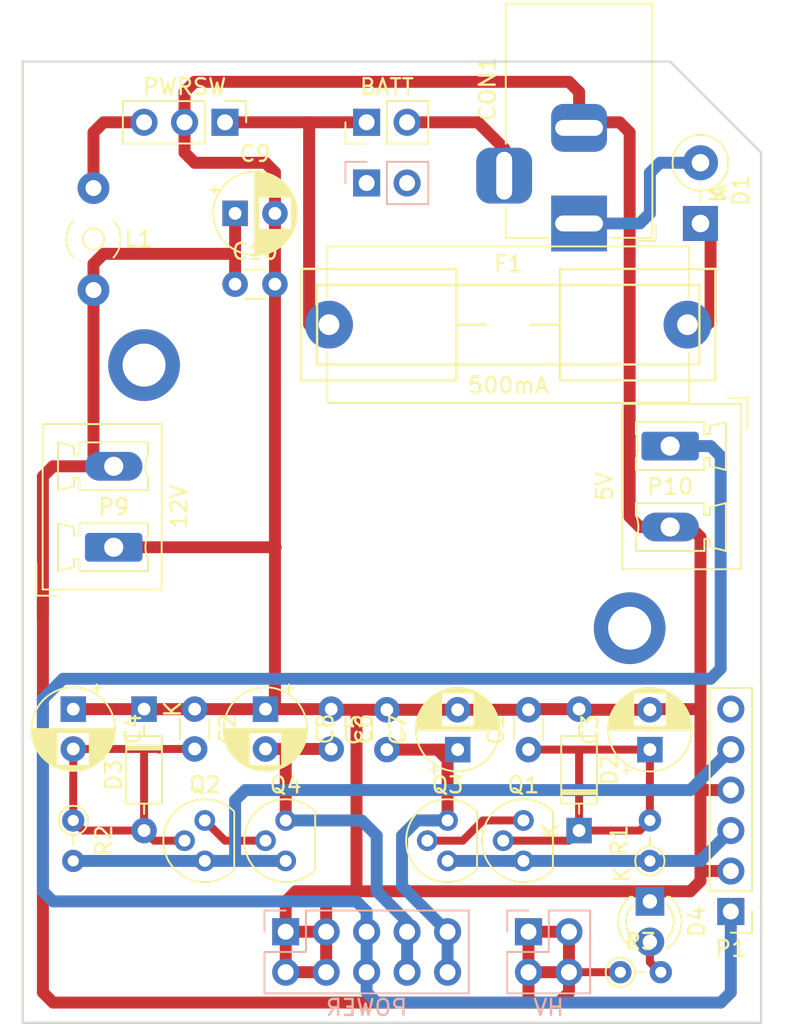
<source format=kicad_pcb>
(kicad_pcb (version 20211014) (generator pcbnew)
  (layers (0 "F.Cu" signal) (31 "B.Cu" signal) (34 "B.Paste" user) (35 "F.Paste" user) (36 "B.SilkS" user "B.Silkscreen") (37 "F.SilkS" user "F.Silkscreen") (38 "B.Mask" user) (39 "F.Mask" user) (44 "Edge.Cuts" user))
  (net 0 "")
  (net 1 "GND")
  (net 2 "+9VA")
  (net 3 "-9VA")
  (net 4 "+12V")
  (net 5 "Net-(CON1-Pad1)")
  (net 6 "Net-(CON1-Pad3)")
  (net 7 "Net-(D1-Pad1)")
  (net 8 "Net-(C3-Pad1)")
  (net 9 "Net-(C4-Pad2)")
  (net 10 "+5V")
  (net 11 "Net-(R3-Pad2)")
  (net 12 "Net-(P3-Pad1)")
  (net 13 "Net-(P3-Pad3)")
  (net 15 "Net-(Q2-Pad3)")
  (net 16 "Net-(P1-Pad3)")
  (net 17 "Net-(P1-Pad5)")
  (net 22 "Net-(Q3-Pad2)")
  (footprint "Capacitor_THT:C_Disc_D3.0mm_W1.6mm_P2.50mm" (layer "F.Cu") (at 46.355 55.245 90)
    (fp_text reference "C1" (at 1.25 -2.05 90) (layer "F.SilkS"))
    (fp_text value "100n")
    (pad "1" thru_hole circle (at 0 0 90) (size 1.6 1.6) (drill 0.8) (layers *.Cu *.Mask) (net 8 "Net-(C3-Pad1)"))
    (pad "2" thru_hole circle (at 2.5 0 90) (size 1.6 1.6) (drill 0.8) (layers *.Cu *.Mask) (net 1 "GND"))
  )
  (footprint "Capacitor_THT:C_Disc_D3.0mm_W1.6mm_P2.50mm" (layer "F.Cu") (at 25.4 52.705 -90)
    (fp_text reference "C2" (at 1.25 -2.05 -90) (layer "F.SilkS"))
    (fp_text value "100n")
    (pad "1" thru_hole circle (at 0 0 270) (size 1.6 1.6) (drill 0.8) (layers *.Cu *.Mask) (net 1 "GND"))
    (pad "2" thru_hole circle (at 2.5 0 270) (size 1.6 1.6) (drill 0.8) (layers *.Cu *.Mask) (net 9 "Net-(C4-Pad2)"))
  )
  (footprint "Capacitor_THT:CP_Radial_D5.0mm_P2.50mm" (layer "F.Cu") (at 53.975 55.245 90)
    (fp_text reference "C3" (at 1.25 -3.75 90) (layer "F.SilkS"))
    (fp_text value "100u")
    (pad "1" thru_hole rect (at 0 0 90) (size 1.6 1.6) (drill 0.8) (layers *.Cu *.Mask) (net 8 "Net-(C3-Pad1)"))
    (pad "2" thru_hole circle (at 2.5 0 90) (size 1.6 1.6) (drill 0.8) (layers *.Cu *.Mask) (net 1 "GND"))
  )
  (footprint "Capacitor_THT:CP_Radial_D5.0mm_P2.50mm" (layer "F.Cu") (at 17.78 52.705 -90)
    (fp_text reference "C4" (at 1.25 -3.75 -90) (layer "F.SilkS"))
    (fp_text value "100u")
    (pad "1" thru_hole rect (at 0 0 270) (size 1.6 1.6) (drill 0.8) (layers *.Cu *.Mask) (net 1 "GND"))
    (pad "2" thru_hole circle (at 2.5 0 270) (size 1.6 1.6) (drill 0.8) (layers *.Cu *.Mask) (net 9 "Net-(C4-Pad2)"))
  )
  (footprint "Capacitor_THT:C_Disc_D3.0mm_W1.6mm_P2.50mm" (layer "F.Cu") (at 37.465 55.245 90)
    (fp_text reference "C5" (at 1.25 -2.05 90) (layer "F.SilkS"))
    (fp_text value "100n")
    (pad "1" thru_hole circle (at 0 0 90) (size 1.6 1.6) (drill 0.8) (layers *.Cu *.Mask) (net 2 "+9VA"))
    (pad "2" thru_hole circle (at 2.5 0 90) (size 1.6 1.6) (drill 0.8) (layers *.Cu *.Mask) (net 1 "GND"))
  )
  (footprint "Capacitor_THT:C_Disc_D3.0mm_W1.6mm_P2.50mm" (layer "F.Cu") (at 33.9725 52.705 -90)
    (fp_text reference "C6" (at 1.25 -2.05 -90) (layer "F.SilkS"))
    (fp_text value "100n")
    (pad "1" thru_hole circle (at 0 0 270) (size 1.6 1.6) (drill 0.8) (layers *.Cu *.Mask) (net 1 "GND"))
    (pad "2" thru_hole circle (at 2.5 0 270) (size 1.6 1.6) (drill 0.8) (layers *.Cu *.Mask) (net 3 "-9VA"))
  )
  (footprint "Capacitor_THT:CP_Radial_D5.0mm_P2.50mm" (layer "F.Cu") (at 41.91 55.245 90)
    (fp_text reference "C7" (at 1.25 -3.75 90) (layer "F.SilkS"))
    (fp_text value "100u")
    (pad "1" thru_hole rect (at 0 0 90) (size 1.6 1.6) (drill 0.8) (layers *.Cu *.Mask) (net 2 "+9VA"))
    (pad "2" thru_hole circle (at 2.5 0 90) (size 1.6 1.6) (drill 0.8) (layers *.Cu *.Mask) (net 1 "GND"))
  )
  (footprint "Capacitor_THT:CP_Radial_D5.0mm_P2.50mm" (layer "F.Cu") (at 29.845 52.705 -90)
    (fp_text reference "C8" (at 1.25 -3.75 -90) (layer "F.SilkS"))
    (fp_text value "100u")
    (pad "1" thru_hole rect (at 0 0 270) (size 1.6 1.6) (drill 0.8) (layers *.Cu *.Mask) (net 1 "GND"))
    (pad "2" thru_hole circle (at 2.5 0 270) (size 1.6 1.6) (drill 0.8) (layers *.Cu *.Mask) (net 3 "-9VA"))
  )
  (footprint "Connector_BarrelJack:BarrelJack_Horizontal" (layer "F.Cu") (at 49.53 22.225 -90)
    (fp_text reference "CON1" (at -8.45 5.75 -90) (layer "F.SilkS"))
    (fp_text value "POWER")
    (pad "1" thru_hole rect (at 0 0 270) (size 3.5 3.5) (drill oval 1 3) (layers *.Cu *.Mask) (net 5 "Net-(CON1-Pad1)"))
    (pad "2" thru_hole roundrect (at -6 0 270) (size 3 3.5) (drill oval 1 3) (layers *.Cu *.Mask) (net 1 "GND"))
    (pad "3" thru_hole roundrect (at -3 4.7 270) (size 3.5 3.5) (drill oval 3 1) (layers *.Cu *.Mask) (net 6 "Net-(CON1-Pad3)"))
  )
  (footprint "Diode_THT:D_DO-35_SOD27_P7.62mm_Horizontal" (layer "F.Cu") (at 49.53 60.325 90)
    (fp_text reference "D2" (at 3.81 1.905 90) (layer "F.SilkS"))
    (fp_text value "12V")
    (fp_text user "K" (at 0 -1.8 90) (layer "F.SilkS"))
    (pad "1" thru_hole rect (at 0 0 90) (size 1.6 1.6) (drill 0.8) (layers *.Cu *.Mask) (net 8 "Net-(C3-Pad1)"))
    (pad "2" thru_hole oval (at 7.62 0 90) (size 1.6 1.6) (drill 0.8) (layers *.Cu *.Mask) (net 1 "GND"))
  )
  (footprint "Diode_THT:D_DO-35_SOD27_P7.62mm_Horizontal" (layer "F.Cu") (at 22.225 52.705 -90)
    (fp_text reference "D3" (at 4.1275 1.905 90) (layer "F.SilkS"))
    (fp_text value "12V")
    (fp_text user "K" (at 0 -1.8 90) (layer "F.SilkS"))
    (pad "1" thru_hole rect (at 0 0 270) (size 1.6 1.6) (drill 0.8) (layers *.Cu *.Mask) (net 1 "GND"))
    (pad "2" thru_hole oval (at 7.62 0 270) (size 1.6 1.6) (drill 0.8) (layers *.Cu *.Mask) (net 9 "Net-(C4-Pad2)"))
  )
  (footprint "Connector_PinHeader_2.54mm:PinHeader_1x06_P2.54mm_Vertical" (layer "F.Cu") (at 59.055 65.405 180)
    (fp_text reference "P1" (at 0 -2.33 180) (layer "F.SilkS"))
    (fp_text value "DCDC_DUAL")
    (pad "1" thru_hole rect (at 0 0 180) (size 1.7 1.7) (drill 1) (layers *.Cu *.Mask) (net 10 "+5V"))
    (pad "2" thru_hole oval (at 0 2.54 180) (size 1.7 1.7) (drill 1) (layers *.Cu *.Mask) (net 1 "GND"))
    (pad "3" thru_hole oval (at 0 5.08 180) (size 1.7 1.7) (drill 1) (layers *.Cu *.Mask) (net 16 "Net-(P1-Pad3)"))
    (pad "4" thru_hole oval (at 0 7.62 180) (size 1.7 1.7) (drill 1) (layers *.Cu *.Mask) (net 1 "GND"))
    (pad "5" thru_hole oval (at 0 10.16 180) (size 1.7 1.7) (drill 1) (layers *.Cu *.Mask) (net 17 "Net-(P1-Pad5)"))
    (pad "6" thru_hole oval (at 0 12.7 180) (size 1.7 1.7) (drill 1) (layers *.Cu *.Mask))
  )
  (footprint "Connector_PinHeader_2.54mm:PinHeader_1x02_P2.54mm_Vertical" (layer "F.Cu") (at 36.195 15.875 90)
    (fp_text reference "P2" hide)
    (fp_text value "BATT" (at 2.2225 1.27 180) (layer "F.SilkS"))
    (pad "1" thru_hole rect (at 0 0 90) (size 1.7 1.7) (drill 1) (layers *.Cu *.Mask) (net 12 "Net-(P3-Pad1)"))
    (pad "2" thru_hole oval (at 0 2.54 90) (size 1.7 1.7) (drill 1) (layers *.Cu *.Mask) (net 6 "Net-(CON1-Pad3)"))
  )
  (footprint "Connector_PinHeader_2.54mm:PinHeader_1x03_P2.54mm_Vertical" (layer "F.Cu") (at 27.305 15.875 -90)
    (fp_text reference "P3" hide)
    (fp_text value "PWRSW" (at -2.2225 2.54) (layer "F.SilkS"))
    (pad "1" thru_hole rect (at 0 0 270) (size 1.7 1.7) (drill 1) (layers *.Cu *.Mask) (net 12 "Net-(P3-Pad1)"))
    (pad "2" thru_hole oval (at 0 2.54 270) (size 1.7 1.7) (drill 1) (layers *.Cu *.Mask) (net 1 "GND"))
    (pad "3" thru_hole oval (at 0 5.08 270) (size 1.7 1.7) (drill 1) (layers *.Cu *.Mask) (net 13 "Net-(P3-Pad3)"))
  )
  (footprint "Package_TO_SOT_THT:TO-92" (layer "F.Cu") (at 46.0375 62.23 90)
    (fp_text reference "Q1" (at 4.7625 0 180) (layer "F.SilkS"))
    (fp_text value "BC338")
    (pad "1" thru_hole oval (at 0 0 90) (size 1.3 1.3) (drill 0.75) (layers *.Cu *.Mask) (net 16 "Net-(P1-Pad3)"))
    (pad "2" thru_hole circle (at 1.27 -1.27 90) (size 1.3 1.3) (drill 0.75) (layers *.Cu *.Mask) (net 8 "Net-(C3-Pad1)"))
    (pad "3" thru_hole circle (at 2.54 0 90) (size 1.3 1.3) (drill 0.75) (layers *.Cu *.Mask) (net 22 "Net-(Q3-Pad2)"))
  )
  (footprint "Package_TO_SOT_THT:TO-92" (layer "F.Cu") (at 26.035 62.23 90)
    (fp_text reference "Q2" (at 4.7625 0 180) (layer "F.SilkS"))
    (fp_text value "BC328")
    (pad "1" thru_hole oval (at 0 0 90) (size 1.3 1.3) (drill 0.75) (layers *.Cu *.Mask) (net 17 "Net-(P1-Pad5)"))
    (pad "2" thru_hole circle (at 1.27 -1.27 90) (size 1.3 1.3) (drill 0.75) (layers *.Cu *.Mask) (net 9 "Net-(C4-Pad2)"))
    (pad "3" thru_hole circle (at 2.54 0 90) (size 1.3 1.3) (drill 0.75) (layers *.Cu *.Mask) (net 15 "Net-(Q2-Pad3)"))
  )
  (footprint "Package_TO_SOT_THT:TO-92" (layer "F.Cu") (at 41.275 62.23 90)
    (fp_text reference "Q3" (at 4.7625 0 180) (layer "F.SilkS"))
    (fp_text value "BC338")
    (pad "1" thru_hole oval (at 0 0 90) (size 1.3 1.3) (drill 0.75) (layers *.Cu *.Mask) (net 16 "Net-(P1-Pad3)"))
    (pad "2" thru_hole circle (at 1.27 -1.27 90) (size 1.3 1.3) (drill 0.75) (layers *.Cu *.Mask) (net 22 "Net-(Q3-Pad2)"))
    (pad "3" thru_hole circle (at 2.54 0 90) (size 1.3 1.3) (drill 0.75) (layers *.Cu *.Mask) (net 2 "+9VA"))
  )
  (footprint "Package_TO_SOT_THT:TO-92" (layer "F.Cu") (at 31.115 62.23 90)
    (fp_text reference "Q4" (at 4.7625 0 180) (layer "F.SilkS"))
    (fp_text value "BC328")
    (pad "1" thru_hole oval (at 0 0 90) (size 1.3 1.3) (drill 0.75) (layers *.Cu *.Mask) (net 17 "Net-(P1-Pad5)"))
    (pad "2" thru_hole circle (at 1.27 -1.27 90) (size 1.3 1.3) (drill 0.75) (layers *.Cu *.Mask) (net 15 "Net-(Q2-Pad3)"))
    (pad "3" thru_hole circle (at 2.54 0 90) (size 1.3 1.3) (drill 0.75) (layers *.Cu *.Mask) (net 3 "-9VA"))
  )
  (footprint "Resistor_THT:R_Axial_DIN0204_L3.6mm_D1.6mm_P2.54mm_Vertical" (layer "F.Cu") (at 53.975 62.23 90)
    (fp_text reference "R1" (at 1.27 -1.92 90) (layer "F.SilkS"))
    (fp_text value "1k")
    (pad "1" thru_hole circle (at 0 0 90) (size 1.4 1.4) (drill 0.7) (layers *.Cu *.Mask) (net 16 "Net-(P1-Pad3)"))
    (pad "2" thru_hole oval (at 2.54 0 90) (size 1.4 1.4) (drill 0.7) (layers *.Cu *.Mask) (net 8 "Net-(C3-Pad1)"))
  )
  (footprint "Resistor_THT:R_Axial_DIN0204_L3.6mm_D1.6mm_P2.54mm_Vertical" (layer "F.Cu") (at 17.78 59.69 -90)
    (fp_text reference "R2" (at 1.27 -1.92 -90) (layer "F.SilkS"))
    (fp_text value "1k")
    (pad "1" thru_hole circle (at 0 0 270) (size 1.4 1.4) (drill 0.7) (layers *.Cu *.Mask) (net 9 "Net-(C4-Pad2)"))
    (pad "2" thru_hole oval (at 2.54 0 270) (size 1.4 1.4) (drill 0.7) (layers *.Cu *.Mask) (net 17 "Net-(P1-Pad5)"))
  )
  (footprint "Capacitor_THT:CP_Radial_D5.0mm_P2.50mm" (layer "F.Cu") (at 27.94 21.59)
    (fp_text reference "C9" (at 1.25 -3.75) (layer "F.SilkS"))
    (fp_text value "100u")
    (pad "1" thru_hole rect (at 0 0) (size 1.6 1.6) (drill 0.8) (layers *.Cu *.Mask) (net 4 "+12V"))
    (pad "2" thru_hole circle (at 2.5 0) (size 1.6 1.6) (drill 0.8) (layers *.Cu *.Mask) (net 1 "GND"))
  )
  (footprint "Capacitor_THT:C_Disc_D3.0mm_W1.6mm_P2.50mm" (layer "F.Cu") (at 27.94 26.035)
    (fp_text reference "C10" (at 1.25 -2.05) (layer "F.SilkS"))
    (fp_text value "100n")
    (pad "1" thru_hole circle (at 0 0) (size 1.6 1.6) (drill 0.8) (layers *.Cu *.Mask) (net 4 "+12V"))
    (pad "2" thru_hole circle (at 2.5 0) (size 1.6 1.6) (drill 0.8) (layers *.Cu *.Mask) (net 1 "GND"))
  )
  (footprint "Inductor_THT:L_Toroid_Horizontal_D3.2mm_P6.40mm_Diameter3-5mm_Amidon-T12" (layer "F.Cu") (at 19.05 20.0025 -90)
    (fp_text reference "L1" (at 3.2 -2.8375) (layer "F.SilkS"))
    (fp_text value "100uH")
    (pad "1" thru_hole circle (at 0 0 270) (size 2 2) (drill 1) (layers *.Cu *.Mask) (net 13 "Net-(P3-Pad3)"))
    (pad "2" thru_hole circle (at 6.4 0 270) (size 2 2) (drill 1) (layers *.Cu *.Mask) (net 4 "+12V"))
  )
  (footprint "Fuse:Fuseholder_Cylinder-5x20mm_Schurter_0031_8201_Horizontal_Open" (layer "F.Cu") (at 56.335 28.575 180)
    (fp_text reference "F1" (at 11.25 3.81 180) (layer "F.SilkS"))
    (fp_text value "500mA" (at 11.25 -3.81 180) (layer "F.SilkS"))
    (pad "" np_thru_hole circle (at 11.25 0 180) (size 2.7 2.7) (drill 2.7) (layers *.Cu *.Mask))
    (pad "1" thru_hole circle (at 0 0 180) (size 3 3) (drill 1.3) (layers *.Cu *.Mask) (net 7 "Net-(D1-Pad1)"))
    (pad "2" thru_hole circle (at 22.5 0 180) (size 3 3) (drill 1.3) (layers *.Cu *.Mask) (net 12 "Net-(P3-Pad1)"))
  )
  (footprint "LED_THT:LED_D3.0mm" (layer "F.Cu") (at 53.975 64.77 -90)
    (fp_text reference "D4" (at 1.27 -2.96 -90) (layer "F.SilkS"))
    (fp_text value "LED")
    (fp_text user "K" (at -1.69 1.74 -90) (layer "F.SilkS"))
    (pad "1" thru_hole rect (at 0 0 270) (size 1.8 1.8) (drill 0.9) (layers *.Cu *.Mask) (net 1 "GND"))
    (pad "2" thru_hole circle (at 2.54 0 270) (size 1.8 1.8) (drill 0.9) (layers *.Cu *.Mask) (net 11 "Net-(R3-Pad2)"))
  )
  (footprint "Resistor_THT:R_Axial_DIN0204_L3.6mm_D1.6mm_P2.54mm_Vertical" (layer "F.Cu") (at 52.12 69.215)
    (fp_text reference "R3" (at 1.27 -1.92) (layer "F.SilkS"))
    (fp_text value "1k")
    (pad "1" thru_hole circle (at 0 0) (size 1.4 1.4) (drill 0.7) (layers *.Cu *.Mask) (net 4 "+12V"))
    (pad "2" thru_hole oval (at 2.54 0) (size 1.4 1.4) (drill 0.7) (layers *.Cu *.Mask) (net 11 "Net-(R3-Pad2)"))
  )
  (footprint "Diode_THT:D_DO-41_SOD81_P3.81mm_Vertical_KathodeUp" (layer "F.Cu") (at 57.15 22.225 90)
    (fp_text reference "D1" (at 2.059365 2.54 90) (layer "F.SilkS"))
    (fp_text value "1n4007")
    (fp_text user "K" (at 1.8 1.1 90) (layer "F.SilkS"))
    (fp_text user "A" (at 2.01 1.1 90) (layer "F.SilkS"))
    (pad "1" thru_hole rect (at 0 0 90) (size 2.2 2.2) (drill 1.1) (layers *.Cu *.Mask) (net 7 "Net-(D1-Pad1)"))
    (pad "2" thru_hole oval (at 3.81 0 90) (size 2.2 2.2) (drill 1.1) (layers *.Cu *.Mask) (net 5 "Net-(CON1-Pad1)"))
  )
  (footprint "MountingHole:MountingHole_2.7mm_M2.5_ISO14580_Pad" (layer "F.Cu") (at 22.225 31.115)
    (fp_text reference "P7" hide)
    (fp_text value "SCREW")
    (pad "1" thru_hole circle (at 0 0) (size 4.5 4.5) (drill 2.7) (layers *.Cu *.Mask))
  )
  (footprint "MountingHole:MountingHole_2.7mm_M2.5_ISO14580_Pad" (layer "F.Cu") (at 52.705 47.625)
    (fp_text reference "P8" hide)
    (fp_text value "SCREW")
    (pad "1" thru_hole circle (at 0 0) (size 4.5 4.5) (drill 2.7) (layers *.Cu *.Mask))
  )
  (footprint "Connector_Phoenix_MC_HighVoltage:PhoenixContact_MCV_1,5_2-G-5.08_1x02_P5.08mm_Vertical" (layer "F.Cu") (at 20.32 42.545 90)
    (fp_text reference "P9" (at 2.54 0 180) (layer "F.SilkS"))
    (fp_text value "12V" (at 2.54 4.1 90) (layer "F.SilkS"))
    (pad "1" thru_hole roundrect (at 0 0 90) (size 1.8 3.6) (drill 1.2) (layers *.Cu *.Mask) (roundrect_rratio 0.1388888889) (net 1 "GND"))
    (pad "2" thru_hole oval (at 5.08 0 90) (size 1.8 3.6) (drill 1.2) (layers *.Cu *.Mask) (net 4 "+12V"))
  )
  (footprint "Connector_Phoenix_MC_HighVoltage:PhoenixContact_MCV_1,5_2-G-5.08_1x02_P5.08mm_Vertical" (layer "F.Cu") (at 55.245 36.195 -90)
    (fp_text reference "P10" (at 2.54 0) (layer "F.SilkS"))
    (fp_text value "5V" (at 2.54 4.1 90) (layer "F.SilkS"))
    (pad "1" thru_hole roundrect (at 0 0 270) (size 1.8 3.6) (drill 1.2) (layers *.Cu *.Mask) (roundrect_rratio 0.1388888889) (net 10 "+5V"))
    (pad "2" thru_hole oval (at 5.08 0 270) (size 1.8 3.6) (drill 1.2) (layers *.Cu *.Mask) (net 1 "GND"))
  )
  (footprint "Connector_PinHeader_2.54mm:PinHeader_2x05_P2.54mm_Vertical" (layer "B.Cu") (at 31.115 66.675 -90)
    (fp_text reference "P4" hide)
    (fp_text value "POWER" (at 4.7625 -5.08 180) (layer "B.SilkS") (effects (justify mirror)))
    (pad "1" thru_hole rect (at 0 0 270) (size 1.7 1.7) (drill 1) (layers *.Cu *.Mask) (net 1 "GND"))
    (pad "2" thru_hole oval (at 2.54 0 270) (size 1.7 1.7) (drill 1) (layers *.Cu *.Mask) (net 1 "GND"))
    (pad "3" thru_hole oval (at 0 -2.54 270) (size 1.7 1.7) (drill 1) (layers *.Cu *.Mask) (net 1 "GND"))
    (pad "4" thru_hole oval (at 2.54 -2.54 270) (size 1.7 1.7) (drill 1) (layers *.Cu *.Mask) (net 1 "GND"))
    (pad "5" thru_hole oval (at 0 -5.08 270) (size 1.7 1.7) (drill 1) (layers *.Cu *.Mask) (net 10 "+5V"))
    (pad "6" thru_hole oval (at 2.54 -5.08 270) (size 1.7 1.7) (drill 1) (layers *.Cu *.Mask) (net 10 "+5V"))
    (pad "7" thru_hole oval (at 0 -7.62 270) (size 1.7 1.7) (drill 1) (layers *.Cu *.Mask) (net 3 "-9VA"))
    (pad "8" thru_hole oval (at 2.54 -7.62 270) (size 1.7 1.7) (drill 1) (layers *.Cu *.Mask) (net 3 "-9VA"))
    (pad "9" thru_hole oval (at 0 -10.16 270) (size 1.7 1.7) (drill 1) (layers *.Cu *.Mask) (net 2 "+9VA"))
    (pad "10" thru_hole oval (at 2.54 -10.16 270) (size 1.7 1.7) (drill 1) (layers *.Cu *.Mask) (net 2 "+9VA"))
  )
  (footprint "Connector_PinHeader_2.54mm:PinHeader_2x02_P2.54mm_Vertical" (layer "B.Cu") (at 46.355 66.675 -90)
    (fp_text reference "P5" hide)
    (fp_text value "HV" (at 4.7625 -1.27 180) (layer "B.SilkS") (effects (justify mirror)))
    (pad "1" thru_hole rect (at 0 0 270) (size 1.7 1.7) (drill 1) (layers *.Cu *.Mask) (net 4 "+12V"))
    (pad "2" thru_hole oval (at 2.54 0 270) (size 1.7 1.7) (drill 1) (layers *.Cu *.Mask) (net 4 "+12V"))
    (pad "3" thru_hole oval (at 0 -2.54 270) (size 1.7 1.7) (drill 1) (layers *.Cu *.Mask) (net 4 "+12V"))
    (pad "4" thru_hole oval (at 2.54 -2.54 270) (size 1.7 1.7) (drill 1) (layers *.Cu *.Mask) (net 4 "+12V"))
  )
  (footprint "Connector_PinHeader_2.54mm:PinHeader_1x02_P2.54mm_Vertical" (layer "B.Cu") (at 36.195 19.685 -90)
    (fp_text reference "P6" hide)
    (fp_text value "SUPPORT" hide)
    (pad "1" thru_hole rect (at 0 0 270) (size 1.7 1.7) (drill 1) (layers *.Cu *.Mask))
    (pad "2" thru_hole oval (at 0 -2.54 270) (size 1.7 1.7) (drill 1) (layers *.Cu *.Mask))
  )
  (gr_line (start 41.8338 28.575) (end 48.3362 28.575) (layer "F.SilkS") (width 0.15))
  (gr_rect (start 48.3362 25.07488) (end 58.08472 32.07512) (layer "F.SilkS") (width 0.15) (fill none))
  (gr_rect (start 32.08528 25.07488) (end 41.8338 32.07512) (layer "F.SilkS") (width 0.15) (fill none))
  (gr_rect (start 33.08604 26.07564) (end 57.08396 31.07436) (layer "F.SilkS") (width 0.15) (fill none))
  (gr_line (start 60.96 72.39) (end 14.605 72.39) (layer "Edge.Cuts") (width 0.15))
  (gr_line (start 14.605 12.065) (end 55.245 12.065) (layer "Edge.Cuts") (width 0.15))
  (gr_line (start 60.96 17.78) (end 60.96 72.39) (layer "Edge.Cuts") (width 0.15))
  (gr_line (start 14.605 72.39) (end 14.605 12.065) (layer "Edge.Cuts") (width 0.15))
  (gr_line (start 55.245 12.065) (end 60.96 17.78) (layer "Edge.Cuts") (width 0.15))
  (segment (start 31.115 69.215) (end 33.655 69.215) (width 0.75) (layer "F.Cu") (net 1))
  (segment (start 33.655 69.215) (end 33.655 66.675) (width 0.75) (layer "F.Cu") (net 1))
  (segment (start 33.655 66.675) (end 31.115 66.675) (width 0.75) (layer "F.Cu") (net 1))
  (segment (start 34.33 52.745) (end 35.56 52.745) (width 0.75) (layer "F.Cu") (net 1))
  (segment (start 46.395 52.705) (end 49.53 52.705) (width 0.75) (layer "F.Cu") (net 1))
  (segment (start 49.57 52.745) (end 52.07 52.745) (width 0.75) (layer "F.Cu") (net 1))
  (segment (start 35.56 52.745) (end 37.465 52.745) (width 0.75) (layer "F.Cu") (net 1))
  (segment (start 34.29 64.135) (end 35.56 64.135) (width 0.75) (layer "F.Cu") (net 1))
  (segment (start 31.115 64.77) (end 31.75 64.135) (width 0.75) (layer "F.Cu") (net 1))
  (segment (start 31.75 64.135) (end 33.655 64.135) (width 0.75) (layer "F.Cu") (net 1))
  (segment (start 33.655 64.135) (end 34.29 64.135) (width 0.75) (layer "F.Cu") (net 1))
  (segment (start 54.61 64.135) (end 55.245 64.135) (width 0.75) (layer "F.Cu") (net 1))
  (segment (start 56.515 64.135) (end 57.15 63.5) (width 0.75) (layer "F.Cu") (net 1))
  (segment (start 57.15 63.5) (end 57.15 62.865) (width 0.75) (layer "F.Cu") (net 1))
  (segment (start 55.245 64.135) (end 56.515 64.135) (width 0.75) (layer "F.Cu") (net 1))
  (segment (start 52.705 64.135) (end 35.56 64.135) (width 0.75) (layer "F.Cu") (net 1))
  (segment (start 57.15 57.785) (end 57.15 55.88) (width 0.75) (layer "F.Cu") (net 1))
  (segment (start 57.15 62.865) (end 57.15 57.785) (width 0.75) (layer "F.Cu") (net 1))
  (segment (start 57.15 53.34) (end 57.15 55.88) (width 0.75) (layer "F.Cu") (net 1))
  (segment (start 52.07 52.745) (end 52.07 52.705) (width 0.75) (layer "F.Cu") (net 1))
  (segment (start 52.07 52.705) (end 52.07 52.745) (width 0.75) (layer "F.Cu") (net 1))
  (segment (start 52.07 52.745) (end 53.975 52.745) (width 0.75) (layer "F.Cu") (net 1))
  (segment (start 20.32 52.705) (end 22.225 52.705) (width 0.75) (layer "F.Cu") (net 1))
  (segment (start 57.15 41.91) (end 56.515 41.275) (width 0.75) (layer "F.Cu") (net 1))
  (segment (start 56.515 41.275) (end 55.325 41.275) (width 0.75) (layer "F.Cu") (net 1))
  (segment (start 55.325 41.275) (end 55.245 41.195) (width 0.75) (layer "F.Cu") (net 1))
  (segment (start 54.015 52.705) (end 57.15 52.705) (width 0.75) (layer "F.Cu") (net 1))
  (segment (start 57.15 52.705) (end 57.15 41.91) (width 0.75) (layer "F.Cu") (net 1))
  (segment (start 55.165 41.275) (end 53.975 41.275) (width 0.75) (layer "F.Cu") (net 1))
  (segment (start 52.705 40.64) (end 52.705 16.51) (width 0.75) (layer "F.Cu") (net 1))
  (segment (start 52.705 16.51) (end 52.07 15.875) (width 0.75) (layer "F.Cu") (net 1))
  (segment (start 52.07 15.875) (end 49.73066 15.875) (width 0.75) (layer "F.Cu") (net 1))
  (segment (start 49.73066 15.875) (end 49.53 16.07566) (width 0.75) (layer "F.Cu") (net 1))
  (segment (start 53.34 41.275) (end 53.975 41.275) (width 0.75) (layer "F.Cu") (net 1))
  (segment (start 48.895 13.335) (end 49.53 13.97) (width 0.75) (layer "F.Cu") (net 1))
  (segment (start 49.53 13.97) (end 49.53 16.07566) (width 0.75) (layer "F.Cu") (net 1))
  (segment (start 25.4 13.335) (end 48.895 13.335) (width 0.75) (layer "F.Cu") (net 1))
  (segment (start 30.44 19.01) (end 29.845 18.415) (width 0.75) (layer "F.Cu") (net 1))
  (segment (start 29.845 18.415) (end 25.4 18.415) (width 0.75) (layer "F.Cu") (net 1))
  (segment (start 25.4 18.415) (end 24.765 17.78) (width 0.75) (layer "F.Cu") (net 1))
  (segment (start 24.765 17.78) (end 24.765 15.875) (width 0.75) (layer "F.Cu") (net 1))
  (segment (start 31.115 52.705) (end 34.29 52.705) (width 0.75) (layer "F.Cu") (net 1))
  (segment (start 30.44 51.435) (end 30.44 52.11) (width 0.75) (layer "F.Cu") (net 1))
  (segment (start 30.44 52.705) (end 30.48 52.705) (width 0.75) (layer "F.Cu") (net 1))
  (segment (start 30.48 52.705) (end 29.845 52.705) (width 0.75) (layer "F.Cu") (net 1))
  (segment (start 30.44 42.545) (end 30.48 42.545) (width 0.75) (layer "F.Cu") (net 1))
  (segment (start 30.48 42.545) (end 30.44 42.545) (width 0.75) (layer "F.Cu") (net 1))
  (segment (start 30.44 42.545) (end 30.44 51.435) (width 0.75) (layer "F.Cu") (net 1))
  (segment (start 31.115 66.675) (end 31.115 69.215) (width 0.75) (layer "F.Cu") (net 1))
  (segment (start 30.44 51.435) (end 30.44 52.705) (width 0.75) (layer "F.Cu") (net 1))
  (segment (start 55.245 41.195) (end 55.165 41.275) (width 0.75) (layer "F.Cu") (net 1))
  (segment (start 25.4 52.705) (end 29.845 52.705) (width 0.75) (layer "F.Cu") (net 1))
  (segment (start 34.29 52.705) (end 34.33 52.745) (width 0.75) (layer "F.Cu") (net 1))
  (segment (start 33.655 66.675) (end 33.655 64.135) (width 0.75) (layer "F.Cu") (net 1))
  (segment (start 49.53 52.705) (end 49.57 52.745) (width 0.75) (layer "F.Cu") (net 1))
  (segment (start 57.15 55.88) (end 57.15 52.705) (width 0.75) (layer "F.Cu") (net 1))
  (segment (start 52.705 40.64) (end 53.34 41.275) (width 0.75) (layer "F.Cu") (net 1))
  (segment (start 29.845 52.705) (end 30.48 52.705) (width 0.75) (layer "F.Cu") (net 1))
  (segment (start 53.975 52.745) (end 54.015 52.705) (width 0.75) (layer "F.Cu") (net 1))
  (segment (start 41.91 52.745) (end 46.355 52.745) (width 0.75) (layer "F.Cu") (net 1))
  (segment (start 59.055 57.785) (end 57.15 57.785) (width 0.75) (layer "F.Cu") (net 1))
  (segment (start 24.765 15.875) (end 24.765 13.97) (width 0.75) (layer "F.Cu") (net 1))
  (segment (start 30.44 26.035) (end 30.44 42.545) (width 0.75) (layer "F.Cu") (net 1))
  (segment (start 30.44 26.035) (end 30.44 21.59) (width 0.75) (layer "F.Cu") (net 1))
  (segment (start 55.245 64.135) (end 52.705 64.135) (width 0.75) (layer "F.Cu") (net 1))
  (segment (start 31.115 66.675) (end 31.115 64.77) (width 0.75) (layer "F.Cu") (net 1))
  (segment (start 17.78 52.705) (end 20.32 52.705) (width 0.75) (layer "F.Cu") (net 1))
  (segment (start 46.355 52.745) (end 46.395 52.705) (width 0.75) (layer "F.Cu") (net 1))
  (segment (start 20.32 42.545) (end 30.44 42.545) (width 0.75) (layer "F.Cu") (net 1))
  (segment (start 22.225 52.705) (end 25.4 52.705) (width 0.75) (layer "F.Cu") (net 1))
  (segment (start 59.055 62.865) (end 57.15 62.865) (width 0.75) (layer "F.Cu") (net 1))
  (segment (start 37.465 52.745) (end 41.91 52.745) (width 0.75) (layer "F.Cu") (net 1))
  (segment (start 29.845 52.705) (end 30.48 52.705) (width 0.75) (layer "F.Cu") (net 1))
  (segment (start 30.44 21.59) (end 30.44 19.01) (width 0.75) (layer "F.Cu") (net 1))
  (segment (start 29.845 52.705) (end 31.115 52.705) (width 0.75) (layer "F.Cu") (net 1))
  (segment (start 24.765 13.97) (end 25.4 13.335) (width 0.75) (layer "F.Cu") (net 1))
  (segment (start 35.56 64.135) (end 35.56 52.745) (width 0.75) (layer "F.Cu") (net 1))
  (segment (start 40.64 55.245) (end 41.91 55.245) (width 0.75) (layer "F.Cu") (net 2))
  (segment (start 41.275 59.69) (end 41.275 56.515) (width 0.75) (layer "F.Cu") (net 2))
  (segment (start 41.275 56.515) (end 41.275 55.88) (width 0.75) (layer "F.Cu") (net 2))
  (segment (start 37.465 55.245) (end 40.64 55.245) (width 0.75) (layer "F.Cu") (net 2))
  (segment (start 41.275 55.88) (end 41.91 55.245) (width 0.75) (layer "F.Cu") (net 2))
  (segment (start 41.275 55.88) (end 40.64 55.245) (width 0.75) (layer "F.Cu") (net 2))
  (segment (start 38.4175 63.8175) (end 38.4175 60.6425) (width 0.75) (layer "B.Cu") (net 2))
  (segment (start 39.37 59.69) (end 41.275 59.69) (width 0.75) (layer "B.Cu") (net 2))
  (segment (start 40.64 59.69) (end 40.005 59.69) (width 0.75) (layer "B.Cu") (net 2))
  (segment (start 39.37 64.77) (end 39.84625 65.24625) (width 0.75) (layer "B.Cu") (net 2))
  (segment (start 38.4175 60.6425) (end 39.37 59.69) (width 0.75) (layer "B.Cu") (net 2))
  (segment (start 39.84625 65.24625) (end 38.4175 63.8175) (width 0.75) (layer "B.Cu") (net 2))
  (segment (start 41.275 66.675) (end 41.275 69.215) (width 0.75) (layer "B.Cu") (net 2))
  (segment (start 39.84625 65.24625) (end 41.275 66.675) (width 0.75) (layer "B.Cu") (net 2))
  (segment (start 31.115 55.205) (end 31.115 55.245) (width 0.75) (layer "F.Cu") (net 3))
  (segment (start 31.115 55.245) (end 31.115 55.205) (width 0.75) (layer "F.Cu") (net 3))
  (segment (start 31.115 55.205) (end 34.29 55.205) (width 0.75) (layer "F.Cu") (net 3))
  (segment (start 29.845 55.205) (end 31.115 55.205) (width 0.75) (layer "F.Cu") (net 3))
  (segment (start 31.115 59.69) (end 31.115 55.205) (width 0.75) (layer "F.Cu") (net 3))
  (segment (start 31.115 59.69) (end 35.8775 59.69) (width 0.75) (layer "B.Cu") (net 3))
  (segment (start 38.735 66.675) (end 38.735 66.04) (width 0.75) (layer "B.Cu") (net 3))
  (segment (start 38.735 66.675) (end 38.735 69.215) (width 0.75) (layer "B.Cu") (net 3))
  (segment (start 35.8775 59.69) (end 36.83 60.6425) (width 0.75) (layer "B.Cu") (net 3))
  (segment (start 38.735 66.04) (end 36.83 64.135) (width 0.75) (layer "B.Cu") (net 3))
  (segment (start 36.83 64.135) (end 36.83 60.6425) (width 0.75) (layer "B.Cu") (net 3))
  (segment (start 48.895 70.485) (end 48.26 71.12) (width 0.75) (layer "F.Cu") (net 4))
  (segment (start 48.26 71.12) (end 46.355 71.12) (width 0.75) (layer "F.Cu") (net 4))
  (segment (start 16.51 71.12) (end 15.875 70.485) (width 0.75) (layer "F.Cu") (net 4))
  (segment (start 15.875 70.485) (end 15.875 45.72) (width 0.75) (layer "F.Cu") (net 4))
  (segment (start 46.355 71.12) (end 16.51 71.12) (width 0.75) (layer "F.Cu") (net 4))
  (segment (start 48.895 69.85) (end 48.895 69.215) (width 0.5) (layer "F.Cu") (net 4))
  (segment (start 15.875 38.1) (end 16.51 37.465) (width 0.75) (layer "F.Cu") (net 4))
  (segment (start 16.51 37.465) (end 18.415 37.465) (width 0.75) (layer "F.Cu") (net 4))
  (segment (start 20.24 37.465) (end 20.32 37.545) (width 0.75) (layer "F.Cu") (net 4))
  (segment (start 18.415 37.465) (end 19.05 37.465) (width 0.75) (layer "F.Cu") (net 4))
  (segment (start 19.05 37.465) (end 20.24 37.465) (width 0.75) (layer "F.Cu") (net 4))
  (segment (start 19.05 24.765) (end 19.685 24.13) (width 0.75) (layer "F.Cu") (net 4))
  (segment (start 19.685 24.13) (end 27.94 24.13) (width 0.75) (layer "F.Cu") (net 4))
  (segment (start 27.94 24.13) (end 27.94 21.59) (width 0.75) (layer "F.Cu") (net 4))
  (segment (start 15.875 45.72) (end 15.875 38.1) (width 0.75) (layer "F.Cu") (net 4))
  (segment (start 46.355 66.675) (end 46.355 69.215) (width 0.75) (layer "F.Cu") (net 4))
  (segment (start 27.94 26.035) (end 27.94 24.13) (width 0.75) (layer "F.Cu") (net 4))
  (segment (start 48.895 69.215) (end 48.895 70.485) (width 0.75) (layer "F.Cu") (net 4))
  (segment (start 19.05 26.79446) (end 19.05 37.465) (width 0.75) (layer "F.Cu") (net 4))
  (segment (start 48.895 69.215) (end 48.895 66.675) (width 0.75) (layer "F.Cu") (net 4))
  (segment (start 46.355 69.215) (end 48.895 69.215) (width 0.75) (layer "F.Cu") (net 4))
  (segment (start 48.895 69.215) (end 52.07 69.215) (width 0.5) (layer "F.Cu") (net 4))
  (segment (start 15.875 46.99) (end 15.875 45.72) (width 0.75) (layer "F.Cu") (net 4))
  (segment (start 19.05 26.79446) (end 19.05 24.765) (width 0.75) (layer "F.Cu") (net 4))
  (segment (start 46.355 69.215) (end 46.355 71.12) (width 0.75) (layer "F.Cu") (net 4))
  (segment (start 48.895 66.675) (end 46.355 66.675) (width 0.75) (layer "F.Cu") (net 4))
  (segment (start 49.38014 22.225) (end 49.53 22.07514) (width 0.75) (layer "B.Cu") (net 5))
  (segment (start 49.67986 22.225) (end 53.34 22.225) (width 0.75) (layer "B.Cu") (net 5))
  (segment (start 53.34 22.225) (end 53.975 21.59) (width 0.75) (layer "B.Cu") (net 5))
  (segment (start 53.975 21.59) (end 53.975 19.05) (width 0.75) (layer "B.Cu") (net 5))
  (segment (start 53.975 19.05) (end 54.61 18.415) (width 0.75) (layer "B.Cu") (net 5))
  (segment (start 54.61 18.415) (end 57.15 18.415) (width 0.75) (layer "B.Cu") (net 5))
  (segment (start 49.53 22.07514) (end 49.67986 22.225) (width 0.75) (layer "B.Cu") (net 5))
  (segment (start 43.18 15.875) (end 44.831 17.526) (width 0.75) (layer "F.Cu") (net 6))
  (segment (start 44.831 17.526) (end 44.831 19.0754) (width 0.75) (layer "F.Cu") (net 6))
  (segment (start 38.735 15.875) (end 43.18 15.875) (width 0.75) (layer "F.Cu") (net 6))
  (segment (start 57.785 28.375) (end 57.785 22.86) (width 0.75) (layer "F.Cu") (net 7))
  (segment (start 57.785 22.86) (end 57.15 22.225) (width 0.75) (layer "F.Cu") (net 7))
  (segment (start 57.585 28.575) (end 57.785 28.375) (width 0.75) (layer "F.Cu") (net 7))
  (segment (start 46.99 55.245) (end 46.355 55.245) (width 0.5) (layer "F.Cu") (net 8))
  (segment (start 53.34 60.325) (end 53.975 59.69) (width 0.5) (layer "F.Cu") (net 8))
  (segment (start 46.99 55.245) (end 46.355 55.245) (width 0.5) (layer "F.Cu") (net 8))
  (segment (start 46.99 55.245) (end 46.355 55.245) (width 0.5) (layer "F.Cu") (net 8))
  (segment (start 49.53 60.325) (end 49.53 55.245) (width 0.5) (layer "F.Cu") (net 8))
  (segment (start 46.355 55.245) (end 48.5775 55.245) (width 0.5) (layer "F.Cu") (net 8))
  (segment (start 48.5775 55.245) (end 49.53 55.245) (width 0.5) (layer "F.Cu") (net 8))
  (segment (start 49.53 55.245) (end 53.975 55.245) (width 0.5) (layer "F.Cu") (net 8))
  (segment (start 49.53 60.325) (end 53.34 60.325) (width 0.5) (layer "F.Cu") (net 8))
  (segment (start 44.7675 60.96) (end 48.895 60.96) (width 0.5) (layer "F.Cu") (net 8))
  (segment (start 48.895 60.96) (end 49.53 60.325) (width 0.5) (layer "F.Cu") (net 8))
  (segment (start 53.975 59.69) (end 53.975 55.245) (width 0.5) (layer "F.Cu") (net 8))
  (segment (start 24.765 55.205) (end 24.765 55.245) (width 0.5) (layer "F.Cu") (net 9))
  (segment (start 24.765 55.245) (end 25.4 55.205) (width 0.5) (layer "F.Cu") (net 9))
  (segment (start 18.415 60.325) (end 22.225 60.325) (width 0.5) (layer "F.Cu") (net 9))
  (segment (start 23.1775 55.245) (end 23.2175 55.205) (width 0.5) (layer "F.Cu") (net 9))
  (segment (start 22.86 60.96) (end 22.225 60.325) (width 0.5) (layer "F.Cu") (net 9))
  (segment (start 23.2175 55.205) (end 25.4 55.205) (width 0.5) (layer "F.Cu") (net 9))
  (segment (start 17.78 59.69) (end 18.415 60.325) (width 0.5) (layer "F.Cu") (net 9))
  (segment (start 22.265 55.205) (end 23.2175 55.205) (width 0.5) (layer "F.Cu") (net 9))
  (segment (start 17.78 55.205) (end 17.78 59.69) (width 0.5) (layer "F.Cu") (net 9))
  (segment (start 22.225 60.325) (end 22.225 55.245) (width 0.5) (layer "F.Cu") (net 9))
  (segment (start 17.78 55.205) (end 22.265 55.205) (width 0.5) (layer "F.Cu") (net 9))
  (segment (start 24.765 60.96) (end 22.86 60.96) (width 0.5) (layer "F.Cu") (net 9))
  (segment (start 22.225 55.245) (end 22.265 55.205) (width 0.5) (layer "F.Cu") (net 9))
  (segment (start 36.195 70.485) (end 36.83 71.12) (width 0.75) (layer "B.Cu") (net 10))
  (segment (start 36.83 71.12) (end 58.42 71.12) (width 0.75) (layer "B.Cu") (net 10))
  (segment (start 58.42 71.12) (end 59.055 70.485) (width 0.75) (layer "B.Cu") (net 10))
  (segment (start 59.055 70.485) (end 59.055 65.405) (width 0.75) (layer "B.Cu") (net 10))
  (segment (start 58.42 50.165) (end 58.42 36.83) (width 0.75) (layer "B.Cu") (net 10))
  (segment (start 57.785 36.195) (end 55.245 36.195) (width 0.75) (layer "B.Cu") (net 10))
  (segment (start 57.785 50.8) (end 58.42 50.165) (width 0.75) (layer "B.Cu") (net 10))
  (segment (start 58.42 36.83) (end 57.785 36.195) (width 0.75) (layer "B.Cu") (net 10))
  (segment (start 36.195 66.675) (end 36.195 65.405) (width 0.75) (layer "B.Cu") (net 10))
  (segment (start 15.875 64.135) (end 15.875 52.07) (width 0.75) (layer "B.Cu") (net 10))
  (segment (start 36.195 69.215) (end 36.195 70.485) (width 0.75) (layer "B.Cu") (net 10))
  (segment (start 35.56 64.77) (end 16.51 64.77) (width 0.75) (layer "B.Cu") (net 10))
  (segment (start 17.145 50.8) (end 57.785 50.8) (width 0.75) (layer "B.Cu") (net 10))
  (segment (start 15.875 52.07) (end 17.145 50.8) (width 0.75) (layer "B.Cu") (net 10))
  (segment (start 36.195 69.215) (end 36.195 66.675) (width 0.75) (layer "B.Cu") (net 10))
  (segment (start 16.51 64.77) (end 15.875 64.135) (width 0.75) (layer "B.Cu") (net 10))
  (segment (start 36.195 65.405) (end 35.56 64.77) (width 0.75) (layer "B.Cu") (net 10))
  (segment (start 53.975 68.58) (end 53.975 67.31) (width 0.5) (layer "F.Cu") (net 11))
  (segment (start 54.61 69.215) (end 53.975 68.58) (width 0.5) (layer "F.Cu") (net 11))
  (segment (start 32.585 15.875) (end 32.385 15.875) (width 0.75) (layer "F.Cu") (net 12))
  (segment (start 32.385 15.875) (end 36.195 15.875) (width 0.75) (layer "F.Cu") (net 12))
  (segment (start 32.585 28.575) (end 32.585 15.875) (width 0.75) (layer "F.Cu") (net 12))
  (segment (start 27.305 15.875) (end 32.385 15.875) (width 0.75) (layer "F.Cu") (net 12))
  (segment (start 19.05 16.51) (end 19.685 15.875) (width 0.75) (layer "F.Cu") (net 13))
  (segment (start 19.685 15.875) (end 22.225 15.875) (width 0.75) (layer "F.Cu") (net 13))
  (segment (start 19.05 20.19554) (end 19.05 16.51) (width 0.75) (layer "F.Cu") (net 13))
  (segment (start 27.305 60.96) (end 29.845 60.96) (width 0.5) (layer "F.Cu") (net 15))
  (segment (start 26.035 59.69) (end 27.305 60.96) (width 0.5) (layer "F.Cu") (net 15))
  (segment (start 56.515 62.23) (end 57.15 62.23) (width 0.75) (layer "B.Cu") (net 16))
  (segment (start 57.15 62.23) (end 59.055 60.325) (width 0.75) (layer "B.Cu") (net 16))
  (segment (start 53.975 62.23) (end 56.515 62.23) (width 0.75) (layer "B.Cu") (net 16))
  (segment (start 45.72 62.23) (end 53.975 62.23) (width 0.75) (layer "B.Cu") (net 16))
  (segment (start 41.275 62.23) (end 46.0375 62.23) (width 0.75) (layer "B.Cu") (net 16))
  (segment (start 28.575 62.23) (end 31.115 62.23) (width 0.75) (layer "B.Cu") (net 17))
  (segment (start 27.94 62.23) (end 28.575 62.23) (width 0.75) (layer "B.Cu") (net 17))
  (segment (start 27.94 59.055) (end 27.94 58.42) (width 0.75) (layer "B.Cu") (net 17))
  (segment (start 27.94 58.42) (end 28.575 57.785) (width 0.75) (layer "B.Cu") (net 17))
  (segment (start 28.575 57.785) (end 56.515 57.785) (width 0.75) (layer "B.Cu") (net 17))
  (segment (start 56.515 57.785) (end 57.15 57.15) (width 0.75) (layer "B.Cu") (net 17))
  (segment (start 57.15 57.15) (end 59.055 55.245) (width 0.75) (layer "B.Cu") (net 17))
  (segment (start 27.94 62.23) (end 27.94 59.055) (width 0.75) (layer "B.Cu") (net 17))
  (segment (start 26.035 62.23) (end 27.94 62.23) (width 0.75) (layer "B.Cu") (net 17))
  (segment (start 17.78 62.23) (end 26.035 62.23) (width 0.75) (layer "B.Cu") (net 17))
  (segment (start 40.005 60.96) (end 42.2275 60.96) (width 0.5) (layer "F.Cu") (net 22))
  (segment (start 43.4975 59.69) (end 46.0375 59.69) (width 0.5) (layer "F.Cu") (net 22))
  (segment (start 42.2275 60.96) (end 43.4975 59.69) (width 0.5) (layer "F.Cu") (net 22))
)
</source>
